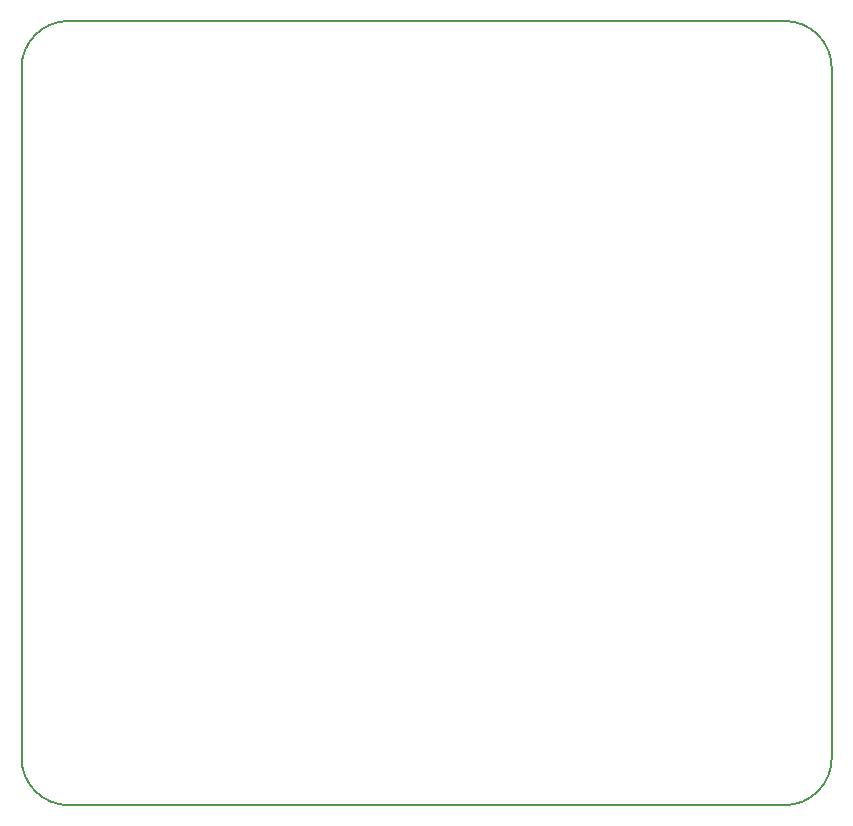
<source format=gbr>
%TF.GenerationSoftware,KiCad,Pcbnew,9.0.1*%
%TF.CreationDate,2025-07-05T23:22:53+10:00*%
%TF.ProjectId,macropad,6d616372-6f70-4616-942e-6b696361645f,rev?*%
%TF.SameCoordinates,Original*%
%TF.FileFunction,Profile,NP*%
%FSLAX46Y46*%
G04 Gerber Fmt 4.6, Leading zero omitted, Abs format (unit mm)*
G04 Created by KiCad (PCBNEW 9.0.1) date 2025-07-05 23:22:53*
%MOMM*%
%LPD*%
G01*
G04 APERTURE LIST*
%TA.AperFunction,Profile*%
%ADD10C,0.200000*%
%TD*%
G04 APERTURE END LIST*
D10*
X33200000Y-26800000D02*
G75*
G02*
X37200000Y-22800000I4000000J0D01*
G01*
X97800000Y-22800000D02*
G75*
G02*
X101800000Y-26800000I0J-4000000D01*
G01*
X37200000Y-89200000D02*
G75*
G02*
X33200000Y-85200000I0J4000000D01*
G01*
X101800000Y-85200000D02*
G75*
G02*
X97800000Y-89200000I-4000000J0D01*
G01*
X33200000Y-85200000D02*
X33200000Y-26800000D01*
X37200000Y-22800000D02*
X97800000Y-22800000D01*
X101800000Y-26800000D02*
X101800000Y-85200000D01*
X97800000Y-89200000D02*
X37200000Y-89200000D01*
M02*

</source>
